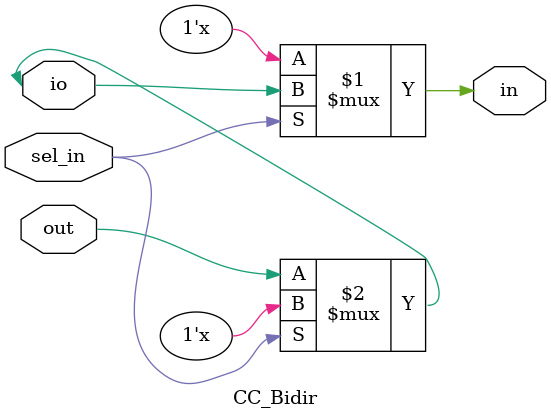
<source format=v>
module CC_Bidir(sel_in, io, in, out);
  parameter WIDTH=1;
  input sel_in;
  inout [WIDTH-1:0] io;
  output [WIDTH-1:0] in;
  input [WIDTH-1:0] out;
  assign in = sel_in ? io : {WIDTH{1'bz}};
  assign io = sel_in ? {WIDTH{1'bz}} : out;
endmodule
</source>
